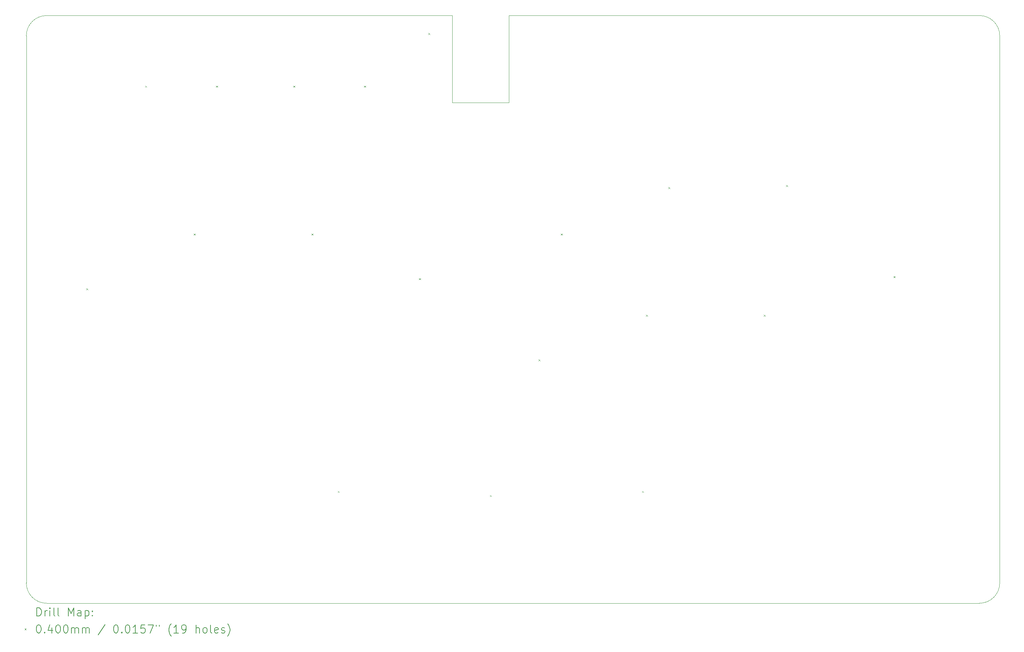
<source format=gbr>
%TF.GenerationSoftware,KiCad,Pcbnew,8.0.1*%
%TF.CreationDate,2024-04-24T00:07:42-04:00*%
%TF.ProjectId,leviathan,6c657669-6174-4686-916e-2e6b69636164,rev?*%
%TF.SameCoordinates,Original*%
%TF.FileFunction,Drillmap*%
%TF.FilePolarity,Positive*%
%FSLAX45Y45*%
G04 Gerber Fmt 4.5, Leading zero omitted, Abs format (unit mm)*
G04 Created by KiCad (PCBNEW 8.0.1) date 2024-04-24 00:07:42*
%MOMM*%
%LPD*%
G01*
G04 APERTURE LIST*
%ADD10C,0.050000*%
%ADD11C,0.200000*%
%ADD12C,0.100000*%
G04 APERTURE END LIST*
D10*
X16900000Y-2000000D02*
X28500000Y-2000000D01*
X15500000Y-2000000D02*
X15500000Y-4150000D01*
X28500000Y-2000000D02*
G75*
G02*
X29000000Y-2500000I0J-500000D01*
G01*
X16900000Y-4150000D02*
X16900000Y-2000000D01*
X5000000Y-2500000D02*
X5000000Y-16000000D01*
X5500000Y-16500000D02*
G75*
G02*
X5000000Y-16000000I0J500000D01*
G01*
X5000000Y-2500000D02*
G75*
G02*
X5500000Y-2000000I500000J0D01*
G01*
X5500000Y-2000000D02*
X15500000Y-2000000D01*
X29000000Y-16000000D02*
G75*
G02*
X28500000Y-16500000I-500000J0D01*
G01*
X29000000Y-2500000D02*
X29000000Y-16000000D01*
X5500000Y-16500000D02*
X28500000Y-16500000D01*
X15500000Y-4150000D02*
X16900000Y-4150000D01*
D11*
D12*
X6480000Y-8730000D02*
X6520000Y-8770000D01*
X6520000Y-8730000D02*
X6480000Y-8770000D01*
X7930000Y-3730000D02*
X7970000Y-3770000D01*
X7970000Y-3730000D02*
X7930000Y-3770000D01*
X9130000Y-7380000D02*
X9170000Y-7420000D01*
X9170000Y-7380000D02*
X9130000Y-7420000D01*
X9680000Y-3730000D02*
X9720000Y-3770000D01*
X9720000Y-3730000D02*
X9680000Y-3770000D01*
X11580000Y-3730000D02*
X11620000Y-3770000D01*
X11620000Y-3730000D02*
X11580000Y-3770000D01*
X12030000Y-7380000D02*
X12070000Y-7420000D01*
X12070000Y-7380000D02*
X12030000Y-7420000D01*
X12680000Y-13730000D02*
X12720000Y-13770000D01*
X12720000Y-13730000D02*
X12680000Y-13770000D01*
X13330000Y-3730000D02*
X13370000Y-3770000D01*
X13370000Y-3730000D02*
X13330000Y-3770000D01*
X14680000Y-8480000D02*
X14720000Y-8520000D01*
X14720000Y-8480000D02*
X14680000Y-8520000D01*
X14913000Y-2430000D02*
X14953000Y-2470000D01*
X14953000Y-2430000D02*
X14913000Y-2470000D01*
X16430000Y-13830000D02*
X16470000Y-13870000D01*
X16470000Y-13830000D02*
X16430000Y-13870000D01*
X17630000Y-10480000D02*
X17670000Y-10520000D01*
X17670000Y-10480000D02*
X17630000Y-10520000D01*
X18180000Y-7380000D02*
X18220000Y-7420000D01*
X18220000Y-7380000D02*
X18180000Y-7420000D01*
X20180000Y-13730000D02*
X20220000Y-13770000D01*
X20220000Y-13730000D02*
X20180000Y-13770000D01*
X20280000Y-9380000D02*
X20320000Y-9420000D01*
X20320000Y-9380000D02*
X20280000Y-9420000D01*
X20830000Y-6230000D02*
X20870000Y-6270000D01*
X20870000Y-6230000D02*
X20830000Y-6270000D01*
X23180000Y-9380000D02*
X23220000Y-9420000D01*
X23220000Y-9380000D02*
X23180000Y-9420000D01*
X23730000Y-6180000D02*
X23770000Y-6220000D01*
X23770000Y-6180000D02*
X23730000Y-6220000D01*
X26380000Y-8430000D02*
X26420000Y-8470000D01*
X26420000Y-8430000D02*
X26380000Y-8470000D01*
D11*
X5258277Y-16813984D02*
X5258277Y-16613984D01*
X5258277Y-16613984D02*
X5305896Y-16613984D01*
X5305896Y-16613984D02*
X5334467Y-16623508D01*
X5334467Y-16623508D02*
X5353515Y-16642555D01*
X5353515Y-16642555D02*
X5363039Y-16661603D01*
X5363039Y-16661603D02*
X5372563Y-16699698D01*
X5372563Y-16699698D02*
X5372563Y-16728269D01*
X5372563Y-16728269D02*
X5363039Y-16766365D01*
X5363039Y-16766365D02*
X5353515Y-16785412D01*
X5353515Y-16785412D02*
X5334467Y-16804460D01*
X5334467Y-16804460D02*
X5305896Y-16813984D01*
X5305896Y-16813984D02*
X5258277Y-16813984D01*
X5458277Y-16813984D02*
X5458277Y-16680650D01*
X5458277Y-16718746D02*
X5467801Y-16699698D01*
X5467801Y-16699698D02*
X5477324Y-16690174D01*
X5477324Y-16690174D02*
X5496372Y-16680650D01*
X5496372Y-16680650D02*
X5515420Y-16680650D01*
X5582086Y-16813984D02*
X5582086Y-16680650D01*
X5582086Y-16613984D02*
X5572563Y-16623508D01*
X5572563Y-16623508D02*
X5582086Y-16633031D01*
X5582086Y-16633031D02*
X5591610Y-16623508D01*
X5591610Y-16623508D02*
X5582086Y-16613984D01*
X5582086Y-16613984D02*
X5582086Y-16633031D01*
X5705896Y-16813984D02*
X5686848Y-16804460D01*
X5686848Y-16804460D02*
X5677324Y-16785412D01*
X5677324Y-16785412D02*
X5677324Y-16613984D01*
X5810658Y-16813984D02*
X5791610Y-16804460D01*
X5791610Y-16804460D02*
X5782086Y-16785412D01*
X5782086Y-16785412D02*
X5782086Y-16613984D01*
X6039229Y-16813984D02*
X6039229Y-16613984D01*
X6039229Y-16613984D02*
X6105896Y-16756841D01*
X6105896Y-16756841D02*
X6172562Y-16613984D01*
X6172562Y-16613984D02*
X6172562Y-16813984D01*
X6353515Y-16813984D02*
X6353515Y-16709222D01*
X6353515Y-16709222D02*
X6343991Y-16690174D01*
X6343991Y-16690174D02*
X6324943Y-16680650D01*
X6324943Y-16680650D02*
X6286848Y-16680650D01*
X6286848Y-16680650D02*
X6267801Y-16690174D01*
X6353515Y-16804460D02*
X6334467Y-16813984D01*
X6334467Y-16813984D02*
X6286848Y-16813984D01*
X6286848Y-16813984D02*
X6267801Y-16804460D01*
X6267801Y-16804460D02*
X6258277Y-16785412D01*
X6258277Y-16785412D02*
X6258277Y-16766365D01*
X6258277Y-16766365D02*
X6267801Y-16747317D01*
X6267801Y-16747317D02*
X6286848Y-16737793D01*
X6286848Y-16737793D02*
X6334467Y-16737793D01*
X6334467Y-16737793D02*
X6353515Y-16728269D01*
X6448753Y-16680650D02*
X6448753Y-16880650D01*
X6448753Y-16690174D02*
X6467801Y-16680650D01*
X6467801Y-16680650D02*
X6505896Y-16680650D01*
X6505896Y-16680650D02*
X6524943Y-16690174D01*
X6524943Y-16690174D02*
X6534467Y-16699698D01*
X6534467Y-16699698D02*
X6543991Y-16718746D01*
X6543991Y-16718746D02*
X6543991Y-16775888D01*
X6543991Y-16775888D02*
X6534467Y-16794936D01*
X6534467Y-16794936D02*
X6524943Y-16804460D01*
X6524943Y-16804460D02*
X6505896Y-16813984D01*
X6505896Y-16813984D02*
X6467801Y-16813984D01*
X6467801Y-16813984D02*
X6448753Y-16804460D01*
X6629705Y-16794936D02*
X6639229Y-16804460D01*
X6639229Y-16804460D02*
X6629705Y-16813984D01*
X6629705Y-16813984D02*
X6620182Y-16804460D01*
X6620182Y-16804460D02*
X6629705Y-16794936D01*
X6629705Y-16794936D02*
X6629705Y-16813984D01*
X6629705Y-16690174D02*
X6639229Y-16699698D01*
X6639229Y-16699698D02*
X6629705Y-16709222D01*
X6629705Y-16709222D02*
X6620182Y-16699698D01*
X6620182Y-16699698D02*
X6629705Y-16690174D01*
X6629705Y-16690174D02*
X6629705Y-16709222D01*
D12*
X4957500Y-17122500D02*
X4997500Y-17162500D01*
X4997500Y-17122500D02*
X4957500Y-17162500D01*
D11*
X5296372Y-17033984D02*
X5315420Y-17033984D01*
X5315420Y-17033984D02*
X5334467Y-17043508D01*
X5334467Y-17043508D02*
X5343991Y-17053031D01*
X5343991Y-17053031D02*
X5353515Y-17072079D01*
X5353515Y-17072079D02*
X5363039Y-17110174D01*
X5363039Y-17110174D02*
X5363039Y-17157793D01*
X5363039Y-17157793D02*
X5353515Y-17195889D01*
X5353515Y-17195889D02*
X5343991Y-17214936D01*
X5343991Y-17214936D02*
X5334467Y-17224460D01*
X5334467Y-17224460D02*
X5315420Y-17233984D01*
X5315420Y-17233984D02*
X5296372Y-17233984D01*
X5296372Y-17233984D02*
X5277324Y-17224460D01*
X5277324Y-17224460D02*
X5267801Y-17214936D01*
X5267801Y-17214936D02*
X5258277Y-17195889D01*
X5258277Y-17195889D02*
X5248753Y-17157793D01*
X5248753Y-17157793D02*
X5248753Y-17110174D01*
X5248753Y-17110174D02*
X5258277Y-17072079D01*
X5258277Y-17072079D02*
X5267801Y-17053031D01*
X5267801Y-17053031D02*
X5277324Y-17043508D01*
X5277324Y-17043508D02*
X5296372Y-17033984D01*
X5448753Y-17214936D02*
X5458277Y-17224460D01*
X5458277Y-17224460D02*
X5448753Y-17233984D01*
X5448753Y-17233984D02*
X5439229Y-17224460D01*
X5439229Y-17224460D02*
X5448753Y-17214936D01*
X5448753Y-17214936D02*
X5448753Y-17233984D01*
X5629705Y-17100650D02*
X5629705Y-17233984D01*
X5582086Y-17024460D02*
X5534467Y-17167317D01*
X5534467Y-17167317D02*
X5658277Y-17167317D01*
X5772562Y-17033984D02*
X5791610Y-17033984D01*
X5791610Y-17033984D02*
X5810658Y-17043508D01*
X5810658Y-17043508D02*
X5820182Y-17053031D01*
X5820182Y-17053031D02*
X5829705Y-17072079D01*
X5829705Y-17072079D02*
X5839229Y-17110174D01*
X5839229Y-17110174D02*
X5839229Y-17157793D01*
X5839229Y-17157793D02*
X5829705Y-17195889D01*
X5829705Y-17195889D02*
X5820182Y-17214936D01*
X5820182Y-17214936D02*
X5810658Y-17224460D01*
X5810658Y-17224460D02*
X5791610Y-17233984D01*
X5791610Y-17233984D02*
X5772562Y-17233984D01*
X5772562Y-17233984D02*
X5753515Y-17224460D01*
X5753515Y-17224460D02*
X5743991Y-17214936D01*
X5743991Y-17214936D02*
X5734467Y-17195889D01*
X5734467Y-17195889D02*
X5724943Y-17157793D01*
X5724943Y-17157793D02*
X5724943Y-17110174D01*
X5724943Y-17110174D02*
X5734467Y-17072079D01*
X5734467Y-17072079D02*
X5743991Y-17053031D01*
X5743991Y-17053031D02*
X5753515Y-17043508D01*
X5753515Y-17043508D02*
X5772562Y-17033984D01*
X5963039Y-17033984D02*
X5982086Y-17033984D01*
X5982086Y-17033984D02*
X6001134Y-17043508D01*
X6001134Y-17043508D02*
X6010658Y-17053031D01*
X6010658Y-17053031D02*
X6020182Y-17072079D01*
X6020182Y-17072079D02*
X6029705Y-17110174D01*
X6029705Y-17110174D02*
X6029705Y-17157793D01*
X6029705Y-17157793D02*
X6020182Y-17195889D01*
X6020182Y-17195889D02*
X6010658Y-17214936D01*
X6010658Y-17214936D02*
X6001134Y-17224460D01*
X6001134Y-17224460D02*
X5982086Y-17233984D01*
X5982086Y-17233984D02*
X5963039Y-17233984D01*
X5963039Y-17233984D02*
X5943991Y-17224460D01*
X5943991Y-17224460D02*
X5934467Y-17214936D01*
X5934467Y-17214936D02*
X5924943Y-17195889D01*
X5924943Y-17195889D02*
X5915420Y-17157793D01*
X5915420Y-17157793D02*
X5915420Y-17110174D01*
X5915420Y-17110174D02*
X5924943Y-17072079D01*
X5924943Y-17072079D02*
X5934467Y-17053031D01*
X5934467Y-17053031D02*
X5943991Y-17043508D01*
X5943991Y-17043508D02*
X5963039Y-17033984D01*
X6115420Y-17233984D02*
X6115420Y-17100650D01*
X6115420Y-17119698D02*
X6124943Y-17110174D01*
X6124943Y-17110174D02*
X6143991Y-17100650D01*
X6143991Y-17100650D02*
X6172563Y-17100650D01*
X6172563Y-17100650D02*
X6191610Y-17110174D01*
X6191610Y-17110174D02*
X6201134Y-17129222D01*
X6201134Y-17129222D02*
X6201134Y-17233984D01*
X6201134Y-17129222D02*
X6210658Y-17110174D01*
X6210658Y-17110174D02*
X6229705Y-17100650D01*
X6229705Y-17100650D02*
X6258277Y-17100650D01*
X6258277Y-17100650D02*
X6277324Y-17110174D01*
X6277324Y-17110174D02*
X6286848Y-17129222D01*
X6286848Y-17129222D02*
X6286848Y-17233984D01*
X6382086Y-17233984D02*
X6382086Y-17100650D01*
X6382086Y-17119698D02*
X6391610Y-17110174D01*
X6391610Y-17110174D02*
X6410658Y-17100650D01*
X6410658Y-17100650D02*
X6439229Y-17100650D01*
X6439229Y-17100650D02*
X6458277Y-17110174D01*
X6458277Y-17110174D02*
X6467801Y-17129222D01*
X6467801Y-17129222D02*
X6467801Y-17233984D01*
X6467801Y-17129222D02*
X6477324Y-17110174D01*
X6477324Y-17110174D02*
X6496372Y-17100650D01*
X6496372Y-17100650D02*
X6524943Y-17100650D01*
X6524943Y-17100650D02*
X6543991Y-17110174D01*
X6543991Y-17110174D02*
X6553515Y-17129222D01*
X6553515Y-17129222D02*
X6553515Y-17233984D01*
X6943991Y-17024460D02*
X6772563Y-17281603D01*
X7201134Y-17033984D02*
X7220182Y-17033984D01*
X7220182Y-17033984D02*
X7239229Y-17043508D01*
X7239229Y-17043508D02*
X7248753Y-17053031D01*
X7248753Y-17053031D02*
X7258277Y-17072079D01*
X7258277Y-17072079D02*
X7267801Y-17110174D01*
X7267801Y-17110174D02*
X7267801Y-17157793D01*
X7267801Y-17157793D02*
X7258277Y-17195889D01*
X7258277Y-17195889D02*
X7248753Y-17214936D01*
X7248753Y-17214936D02*
X7239229Y-17224460D01*
X7239229Y-17224460D02*
X7220182Y-17233984D01*
X7220182Y-17233984D02*
X7201134Y-17233984D01*
X7201134Y-17233984D02*
X7182086Y-17224460D01*
X7182086Y-17224460D02*
X7172563Y-17214936D01*
X7172563Y-17214936D02*
X7163039Y-17195889D01*
X7163039Y-17195889D02*
X7153515Y-17157793D01*
X7153515Y-17157793D02*
X7153515Y-17110174D01*
X7153515Y-17110174D02*
X7163039Y-17072079D01*
X7163039Y-17072079D02*
X7172563Y-17053031D01*
X7172563Y-17053031D02*
X7182086Y-17043508D01*
X7182086Y-17043508D02*
X7201134Y-17033984D01*
X7353515Y-17214936D02*
X7363039Y-17224460D01*
X7363039Y-17224460D02*
X7353515Y-17233984D01*
X7353515Y-17233984D02*
X7343991Y-17224460D01*
X7343991Y-17224460D02*
X7353515Y-17214936D01*
X7353515Y-17214936D02*
X7353515Y-17233984D01*
X7486848Y-17033984D02*
X7505896Y-17033984D01*
X7505896Y-17033984D02*
X7524944Y-17043508D01*
X7524944Y-17043508D02*
X7534467Y-17053031D01*
X7534467Y-17053031D02*
X7543991Y-17072079D01*
X7543991Y-17072079D02*
X7553515Y-17110174D01*
X7553515Y-17110174D02*
X7553515Y-17157793D01*
X7553515Y-17157793D02*
X7543991Y-17195889D01*
X7543991Y-17195889D02*
X7534467Y-17214936D01*
X7534467Y-17214936D02*
X7524944Y-17224460D01*
X7524944Y-17224460D02*
X7505896Y-17233984D01*
X7505896Y-17233984D02*
X7486848Y-17233984D01*
X7486848Y-17233984D02*
X7467801Y-17224460D01*
X7467801Y-17224460D02*
X7458277Y-17214936D01*
X7458277Y-17214936D02*
X7448753Y-17195889D01*
X7448753Y-17195889D02*
X7439229Y-17157793D01*
X7439229Y-17157793D02*
X7439229Y-17110174D01*
X7439229Y-17110174D02*
X7448753Y-17072079D01*
X7448753Y-17072079D02*
X7458277Y-17053031D01*
X7458277Y-17053031D02*
X7467801Y-17043508D01*
X7467801Y-17043508D02*
X7486848Y-17033984D01*
X7743991Y-17233984D02*
X7629706Y-17233984D01*
X7686848Y-17233984D02*
X7686848Y-17033984D01*
X7686848Y-17033984D02*
X7667801Y-17062555D01*
X7667801Y-17062555D02*
X7648753Y-17081603D01*
X7648753Y-17081603D02*
X7629706Y-17091127D01*
X7924944Y-17033984D02*
X7829706Y-17033984D01*
X7829706Y-17033984D02*
X7820182Y-17129222D01*
X7820182Y-17129222D02*
X7829706Y-17119698D01*
X7829706Y-17119698D02*
X7848753Y-17110174D01*
X7848753Y-17110174D02*
X7896372Y-17110174D01*
X7896372Y-17110174D02*
X7915420Y-17119698D01*
X7915420Y-17119698D02*
X7924944Y-17129222D01*
X7924944Y-17129222D02*
X7934467Y-17148270D01*
X7934467Y-17148270D02*
X7934467Y-17195889D01*
X7934467Y-17195889D02*
X7924944Y-17214936D01*
X7924944Y-17214936D02*
X7915420Y-17224460D01*
X7915420Y-17224460D02*
X7896372Y-17233984D01*
X7896372Y-17233984D02*
X7848753Y-17233984D01*
X7848753Y-17233984D02*
X7829706Y-17224460D01*
X7829706Y-17224460D02*
X7820182Y-17214936D01*
X8001134Y-17033984D02*
X8134467Y-17033984D01*
X8134467Y-17033984D02*
X8048753Y-17233984D01*
X8201134Y-17033984D02*
X8201134Y-17072079D01*
X8277325Y-17033984D02*
X8277325Y-17072079D01*
X8572563Y-17310174D02*
X8563039Y-17300650D01*
X8563039Y-17300650D02*
X8543991Y-17272079D01*
X8543991Y-17272079D02*
X8534468Y-17253031D01*
X8534468Y-17253031D02*
X8524944Y-17224460D01*
X8524944Y-17224460D02*
X8515420Y-17176841D01*
X8515420Y-17176841D02*
X8515420Y-17138746D01*
X8515420Y-17138746D02*
X8524944Y-17091127D01*
X8524944Y-17091127D02*
X8534468Y-17062555D01*
X8534468Y-17062555D02*
X8543991Y-17043508D01*
X8543991Y-17043508D02*
X8563039Y-17014936D01*
X8563039Y-17014936D02*
X8572563Y-17005412D01*
X8753515Y-17233984D02*
X8639230Y-17233984D01*
X8696372Y-17233984D02*
X8696372Y-17033984D01*
X8696372Y-17033984D02*
X8677325Y-17062555D01*
X8677325Y-17062555D02*
X8658277Y-17081603D01*
X8658277Y-17081603D02*
X8639230Y-17091127D01*
X8848753Y-17233984D02*
X8886849Y-17233984D01*
X8886849Y-17233984D02*
X8905896Y-17224460D01*
X8905896Y-17224460D02*
X8915420Y-17214936D01*
X8915420Y-17214936D02*
X8934468Y-17186365D01*
X8934468Y-17186365D02*
X8943991Y-17148270D01*
X8943991Y-17148270D02*
X8943991Y-17072079D01*
X8943991Y-17072079D02*
X8934468Y-17053031D01*
X8934468Y-17053031D02*
X8924944Y-17043508D01*
X8924944Y-17043508D02*
X8905896Y-17033984D01*
X8905896Y-17033984D02*
X8867801Y-17033984D01*
X8867801Y-17033984D02*
X8848753Y-17043508D01*
X8848753Y-17043508D02*
X8839230Y-17053031D01*
X8839230Y-17053031D02*
X8829706Y-17072079D01*
X8829706Y-17072079D02*
X8829706Y-17119698D01*
X8829706Y-17119698D02*
X8839230Y-17138746D01*
X8839230Y-17138746D02*
X8848753Y-17148270D01*
X8848753Y-17148270D02*
X8867801Y-17157793D01*
X8867801Y-17157793D02*
X8905896Y-17157793D01*
X8905896Y-17157793D02*
X8924944Y-17148270D01*
X8924944Y-17148270D02*
X8934468Y-17138746D01*
X8934468Y-17138746D02*
X8943991Y-17119698D01*
X9182087Y-17233984D02*
X9182087Y-17033984D01*
X9267801Y-17233984D02*
X9267801Y-17129222D01*
X9267801Y-17129222D02*
X9258277Y-17110174D01*
X9258277Y-17110174D02*
X9239230Y-17100650D01*
X9239230Y-17100650D02*
X9210658Y-17100650D01*
X9210658Y-17100650D02*
X9191611Y-17110174D01*
X9191611Y-17110174D02*
X9182087Y-17119698D01*
X9391611Y-17233984D02*
X9372563Y-17224460D01*
X9372563Y-17224460D02*
X9363039Y-17214936D01*
X9363039Y-17214936D02*
X9353515Y-17195889D01*
X9353515Y-17195889D02*
X9353515Y-17138746D01*
X9353515Y-17138746D02*
X9363039Y-17119698D01*
X9363039Y-17119698D02*
X9372563Y-17110174D01*
X9372563Y-17110174D02*
X9391611Y-17100650D01*
X9391611Y-17100650D02*
X9420182Y-17100650D01*
X9420182Y-17100650D02*
X9439230Y-17110174D01*
X9439230Y-17110174D02*
X9448753Y-17119698D01*
X9448753Y-17119698D02*
X9458277Y-17138746D01*
X9458277Y-17138746D02*
X9458277Y-17195889D01*
X9458277Y-17195889D02*
X9448753Y-17214936D01*
X9448753Y-17214936D02*
X9439230Y-17224460D01*
X9439230Y-17224460D02*
X9420182Y-17233984D01*
X9420182Y-17233984D02*
X9391611Y-17233984D01*
X9572563Y-17233984D02*
X9553515Y-17224460D01*
X9553515Y-17224460D02*
X9543992Y-17205412D01*
X9543992Y-17205412D02*
X9543992Y-17033984D01*
X9724944Y-17224460D02*
X9705896Y-17233984D01*
X9705896Y-17233984D02*
X9667801Y-17233984D01*
X9667801Y-17233984D02*
X9648753Y-17224460D01*
X9648753Y-17224460D02*
X9639230Y-17205412D01*
X9639230Y-17205412D02*
X9639230Y-17129222D01*
X9639230Y-17129222D02*
X9648753Y-17110174D01*
X9648753Y-17110174D02*
X9667801Y-17100650D01*
X9667801Y-17100650D02*
X9705896Y-17100650D01*
X9705896Y-17100650D02*
X9724944Y-17110174D01*
X9724944Y-17110174D02*
X9734468Y-17129222D01*
X9734468Y-17129222D02*
X9734468Y-17148270D01*
X9734468Y-17148270D02*
X9639230Y-17167317D01*
X9810658Y-17224460D02*
X9829706Y-17233984D01*
X9829706Y-17233984D02*
X9867801Y-17233984D01*
X9867801Y-17233984D02*
X9886849Y-17224460D01*
X9886849Y-17224460D02*
X9896373Y-17205412D01*
X9896373Y-17205412D02*
X9896373Y-17195889D01*
X9896373Y-17195889D02*
X9886849Y-17176841D01*
X9886849Y-17176841D02*
X9867801Y-17167317D01*
X9867801Y-17167317D02*
X9839230Y-17167317D01*
X9839230Y-17167317D02*
X9820182Y-17157793D01*
X9820182Y-17157793D02*
X9810658Y-17138746D01*
X9810658Y-17138746D02*
X9810658Y-17129222D01*
X9810658Y-17129222D02*
X9820182Y-17110174D01*
X9820182Y-17110174D02*
X9839230Y-17100650D01*
X9839230Y-17100650D02*
X9867801Y-17100650D01*
X9867801Y-17100650D02*
X9886849Y-17110174D01*
X9963039Y-17310174D02*
X9972563Y-17300650D01*
X9972563Y-17300650D02*
X9991611Y-17272079D01*
X9991611Y-17272079D02*
X10001134Y-17253031D01*
X10001134Y-17253031D02*
X10010658Y-17224460D01*
X10010658Y-17224460D02*
X10020182Y-17176841D01*
X10020182Y-17176841D02*
X10020182Y-17138746D01*
X10020182Y-17138746D02*
X10010658Y-17091127D01*
X10010658Y-17091127D02*
X10001134Y-17062555D01*
X10001134Y-17062555D02*
X9991611Y-17043508D01*
X9991611Y-17043508D02*
X9972563Y-17014936D01*
X9972563Y-17014936D02*
X9963039Y-17005412D01*
M02*

</source>
